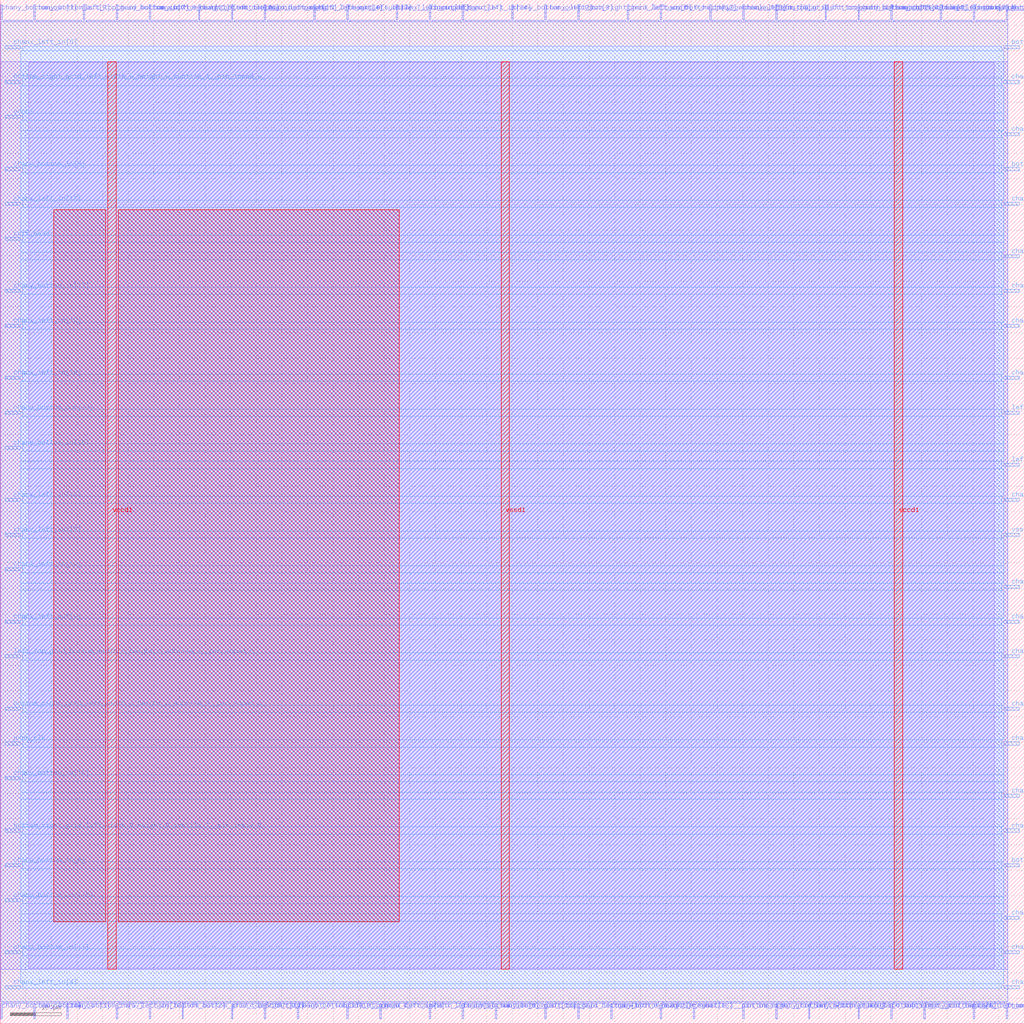
<source format=lef>
VERSION 5.7 ;
  NOWIREEXTENSIONATPIN ON ;
  DIVIDERCHAR "/" ;
  BUSBITCHARS "[]" ;
MACRO sb_4__4_
  CLASS BLOCK ;
  FOREIGN sb_4__4_ ;
  ORIGIN 0.000 0.000 ;
  SIZE 200.000 BY 200.000 ;
  PIN bottom_left_grid_right_width_0_height_0_subtile_0__pin_O_1_
    DIRECTION INPUT ;
    USE SIGNAL ;
    PORT
      LAYER met3 ;
        RECT 196.000 30.640 199.000 31.240 ;
    END
  END bottom_left_grid_right_width_0_height_0_subtile_0__pin_O_1_
  PIN bottom_left_grid_right_width_0_height_0_subtile_0__pin_O_5_
    DIRECTION INPUT ;
    USE SIGNAL ;
    PORT
      LAYER met3 ;
        RECT 196.000 166.640 199.000 167.240 ;
    END
  END bottom_left_grid_right_width_0_height_0_subtile_0__pin_O_5_
  PIN bottom_right_grid_left_width_0_height_0_subtile_0__pin_inpad_0_
    DIRECTION INPUT ;
    USE SIGNAL ;
    PORT
      LAYER met2 ;
        RECT 112.790 196.000 113.070 199.000 ;
    END
  END bottom_right_grid_left_width_0_height_0_subtile_0__pin_inpad_0_
  PIN bottom_right_grid_left_width_0_height_0_subtile_1__pin_inpad_0_
    DIRECTION INPUT ;
    USE SIGNAL ;
    PORT
      LAYER met3 ;
        RECT 196.000 190.440 199.000 191.040 ;
    END
  END bottom_right_grid_left_width_0_height_0_subtile_1__pin_inpad_0_
  PIN bottom_right_grid_left_width_0_height_0_subtile_2__pin_inpad_0_
    DIRECTION INPUT ;
    USE SIGNAL ;
    PORT
      LAYER met3 ;
        RECT 1.000 61.240 4.000 61.840 ;
    END
  END bottom_right_grid_left_width_0_height_0_subtile_2__pin_inpad_0_
  PIN bottom_right_grid_left_width_0_height_0_subtile_3__pin_inpad_0_
    DIRECTION INPUT ;
    USE SIGNAL ;
    PORT
      LAYER met2 ;
        RECT 173.970 1.000 174.250 4.000 ;
    END
  END bottom_right_grid_left_width_0_height_0_subtile_3__pin_inpad_0_
  PIN bottom_right_grid_left_width_0_height_0_subtile_4__pin_inpad_0_
    DIRECTION INPUT ;
    USE SIGNAL ;
    PORT
      LAYER met3 ;
        RECT 1.000 183.640 4.000 184.240 ;
    END
  END bottom_right_grid_left_width_0_height_0_subtile_4__pin_inpad_0_
  PIN bottom_right_grid_left_width_0_height_0_subtile_5__pin_inpad_0_
    DIRECTION INPUT ;
    USE SIGNAL ;
    PORT
      LAYER met2 ;
        RECT 190.070 196.000 190.350 199.000 ;
    END
  END bottom_right_grid_left_width_0_height_0_subtile_5__pin_inpad_0_
  PIN bottom_right_grid_left_width_0_height_0_subtile_6__pin_inpad_0_
    DIRECTION INPUT ;
    USE SIGNAL ;
    PORT
      LAYER met2 ;
        RECT 144.990 1.000 145.270 4.000 ;
    END
  END bottom_right_grid_left_width_0_height_0_subtile_6__pin_inpad_0_
  PIN bottom_right_grid_left_width_0_height_0_subtile_7__pin_inpad_0_
    DIRECTION INPUT ;
    USE SIGNAL ;
    PORT
      LAYER met3 ;
        RECT 1.000 37.440 4.000 38.040 ;
    END
  END bottom_right_grid_left_width_0_height_0_subtile_7__pin_inpad_0_
  PIN ccff_head
    DIRECTION INPUT ;
    USE SIGNAL ;
    PORT
      LAYER met3 ;
        RECT 1.000 153.040 4.000 153.640 ;
    END
  END ccff_head
  PIN ccff_tail
    DIRECTION OUTPUT TRISTATE ;
    USE SIGNAL ;
    PORT
      LAYER met2 ;
        RECT 51.610 1.000 51.890 4.000 ;
    END
  END ccff_tail
  PIN chanx_left_in[0]
    DIRECTION INPUT ;
    USE SIGNAL ;
    PORT
      LAYER met3 ;
        RECT 1.000 190.440 4.000 191.040 ;
    END
  END chanx_left_in[0]
  PIN chanx_left_in[10]
    DIRECTION INPUT ;
    USE SIGNAL ;
    PORT
      LAYER met2 ;
        RECT 22.630 1.000 22.910 4.000 ;
    END
  END chanx_left_in[10]
  PIN chanx_left_in[11]
    DIRECTION INPUT ;
    USE SIGNAL ;
    PORT
      LAYER met3 ;
        RECT 1.000 102.040 4.000 102.640 ;
    END
  END chanx_left_in[11]
  PIN chanx_left_in[12]
    DIRECTION INPUT ;
    USE SIGNAL ;
    PORT
      LAYER met3 ;
        RECT 1.000 88.440 4.000 89.040 ;
    END
  END chanx_left_in[12]
  PIN chanx_left_in[13]
    DIRECTION INPUT ;
    USE SIGNAL ;
    PORT
      LAYER met3 ;
        RECT 196.000 142.840 199.000 143.440 ;
    END
  END chanx_left_in[13]
  PIN chanx_left_in[14]
    DIRECTION INPUT ;
    USE SIGNAL ;
    PORT
      LAYER met2 ;
        RECT 90.250 196.000 90.530 199.000 ;
    END
  END chanx_left_in[14]
  PIN chanx_left_in[15]
    DIRECTION INPUT ;
    USE SIGNAL ;
    PORT
      LAYER met2 ;
        RECT 167.530 1.000 167.810 4.000 ;
    END
  END chanx_left_in[15]
  PIN chanx_left_in[16]
    DIRECTION INPUT ;
    USE SIGNAL ;
    PORT
      LAYER met3 ;
        RECT 1.000 125.840 4.000 126.440 ;
    END
  END chanx_left_in[16]
  PIN chanx_left_in[17]
    DIRECTION INPUT ;
    USE SIGNAL ;
    PORT
      LAYER met3 ;
        RECT 1.000 159.840 4.000 160.440 ;
    END
  END chanx_left_in[17]
  PIN chanx_left_in[18]
    DIRECTION INPUT ;
    USE SIGNAL ;
    PORT
      LAYER met3 ;
        RECT 1.000 136.040 4.000 136.640 ;
    END
  END chanx_left_in[18]
  PIN chanx_left_in[1]
    DIRECTION INPUT ;
    USE SIGNAL ;
    PORT
      LAYER met2 ;
        RECT 112.790 1.000 113.070 4.000 ;
    END
  END chanx_left_in[1]
  PIN chanx_left_in[2]
    DIRECTION INPUT ;
    USE SIGNAL ;
    PORT
      LAYER met2 ;
        RECT 74.150 1.000 74.430 4.000 ;
    END
  END chanx_left_in[2]
  PIN chanx_left_in[3]
    DIRECTION INPUT ;
    USE SIGNAL ;
    PORT
      LAYER met2 ;
        RECT 196.510 1.000 196.790 4.000 ;
    END
  END chanx_left_in[3]
  PIN chanx_left_in[4]
    DIRECTION INPUT ;
    USE SIGNAL ;
    PORT
      LAYER met3 ;
        RECT 1.000 6.840 4.000 7.440 ;
    END
  END chanx_left_in[4]
  PIN chanx_left_in[5]
    DIRECTION INPUT ;
    USE SIGNAL ;
    PORT
      LAYER met3 ;
        RECT 196.000 102.040 199.000 102.640 ;
    END
  END chanx_left_in[5]
  PIN chanx_left_in[6]
    DIRECTION INPUT ;
    USE SIGNAL ;
    PORT
      LAYER met2 ;
        RECT 122.450 196.000 122.730 199.000 ;
    END
  END chanx_left_in[6]
  PIN chanx_left_in[7]
    DIRECTION INPUT ;
    USE SIGNAL ;
    PORT
      LAYER met2 ;
        RECT 67.710 196.000 67.990 199.000 ;
    END
  END chanx_left_in[7]
  PIN chanx_left_in[8]
    DIRECTION INPUT ;
    USE SIGNAL ;
    PORT
      LAYER met3 ;
        RECT 196.000 183.640 199.000 184.240 ;
    END
  END chanx_left_in[8]
  PIN chanx_left_in[9]
    DIRECTION INPUT ;
    USE SIGNAL ;
    PORT
      LAYER met2 ;
        RECT 83.810 1.000 84.090 4.000 ;
    END
  END chanx_left_in[9]
  PIN chanx_left_out[0]
    DIRECTION OUTPUT TRISTATE ;
    USE SIGNAL ;
    PORT
      LAYER met3 ;
        RECT 1.000 78.240 4.000 78.840 ;
    END
  END chanx_left_out[0]
  PIN chanx_left_out[10]
    DIRECTION OUTPUT TRISTATE ;
    USE SIGNAL ;
    PORT
      LAYER met3 ;
        RECT 196.000 173.440 199.000 174.040 ;
    END
  END chanx_left_out[10]
  PIN chanx_left_out[11]
    DIRECTION OUTPUT TRISTATE ;
    USE SIGNAL ;
    PORT
      LAYER met2 ;
        RECT 77.370 196.000 77.650 199.000 ;
    END
  END chanx_left_out[11]
  PIN chanx_left_out[12]
    DIRECTION OUTPUT TRISTATE ;
    USE SIGNAL ;
    PORT
      LAYER met3 ;
        RECT 196.000 44.240 199.000 44.840 ;
    END
  END chanx_left_out[12]
  PIN chanx_left_out[13]
    DIRECTION OUTPUT TRISTATE ;
    USE SIGNAL ;
    PORT
      LAYER met3 ;
        RECT 196.000 61.240 199.000 61.840 ;
    END
  END chanx_left_out[13]
  PIN chanx_left_out[14]
    DIRECTION OUTPUT TRISTATE ;
    USE SIGNAL ;
    PORT
      LAYER met2 ;
        RECT 83.810 196.000 84.090 199.000 ;
    END
  END chanx_left_out[14]
  PIN chanx_left_out[15]
    DIRECTION OUTPUT TRISTATE ;
    USE SIGNAL ;
    PORT
      LAYER met2 ;
        RECT 51.610 196.000 51.890 199.000 ;
    END
  END chanx_left_out[15]
  PIN chanx_left_out[16]
    DIRECTION OUTPUT TRISTATE ;
    USE SIGNAL ;
    PORT
      LAYER met2 ;
        RECT 128.890 1.000 129.170 4.000 ;
    END
  END chanx_left_out[16]
  PIN chanx_left_out[17]
    DIRECTION OUTPUT TRISTATE ;
    USE SIGNAL ;
    PORT
      LAYER met2 ;
        RECT 45.170 1.000 45.450 4.000 ;
    END
  END chanx_left_out[17]
  PIN chanx_left_out[18]
    DIRECTION OUTPUT TRISTATE ;
    USE SIGNAL ;
    PORT
      LAYER met3 ;
        RECT 196.000 149.640 199.000 150.240 ;
    END
  END chanx_left_out[18]
  PIN chanx_left_out[1]
    DIRECTION OUTPUT TRISTATE ;
    USE SIGNAL ;
    PORT
      LAYER met2 ;
        RECT 190.070 1.000 190.350 4.000 ;
    END
  END chanx_left_out[1]
  PIN chanx_left_out[2]
    DIRECTION OUTPUT TRISTATE ;
    USE SIGNAL ;
    PORT
      LAYER met3 ;
        RECT 196.000 78.240 199.000 78.840 ;
    END
  END chanx_left_out[2]
  PIN chanx_left_out[3]
    DIRECTION OUTPUT TRISTATE ;
    USE SIGNAL ;
    PORT
      LAYER met2 ;
        RECT 144.990 196.000 145.270 199.000 ;
    END
  END chanx_left_out[3]
  PIN chanx_left_out[4]
    DIRECTION OUTPUT TRISTATE ;
    USE SIGNAL ;
    PORT
      LAYER met2 ;
        RECT 61.270 196.000 61.550 199.000 ;
    END
  END chanx_left_out[4]
  PIN chanx_left_out[5]
    DIRECTION OUTPUT TRISTATE ;
    USE SIGNAL ;
    PORT
      LAYER met3 ;
        RECT 196.000 6.840 199.000 7.440 ;
    END
  END chanx_left_out[5]
  PIN chanx_left_out[6]
    DIRECTION OUTPUT TRISTATE ;
    USE SIGNAL ;
    PORT
      LAYER met3 ;
        RECT 196.000 159.840 199.000 160.440 ;
    END
  END chanx_left_out[6]
  PIN chanx_left_out[7]
    DIRECTION OUTPUT TRISTATE ;
    USE SIGNAL ;
    PORT
      LAYER met2 ;
        RECT 183.630 196.000 183.910 199.000 ;
    END
  END chanx_left_out[7]
  PIN chanx_left_out[8]
    DIRECTION OUTPUT TRISTATE ;
    USE SIGNAL ;
    PORT
      LAYER met2 ;
        RECT 106.350 196.000 106.630 199.000 ;
    END
  END chanx_left_out[8]
  PIN chanx_left_out[9]
    DIRECTION OUTPUT TRISTATE ;
    USE SIGNAL ;
    PORT
      LAYER met3 ;
        RECT 1.000 95.240 4.000 95.840 ;
    END
  END chanx_left_out[9]
  PIN chany_bottom_in[0]
    DIRECTION INPUT ;
    USE SIGNAL ;
    PORT
      LAYER met3 ;
        RECT 196.000 37.440 199.000 38.040 ;
    END
  END chany_bottom_in[0]
  PIN chany_bottom_in[10]
    DIRECTION INPUT ;
    USE SIGNAL ;
    PORT
      LAYER met3 ;
        RECT 1.000 112.240 4.000 112.840 ;
    END
  END chany_bottom_in[10]
  PIN chany_bottom_in[11]
    DIRECTION INPUT ;
    USE SIGNAL ;
    PORT
      LAYER met3 ;
        RECT 1.000 13.640 4.000 14.240 ;
    END
  END chany_bottom_in[11]
  PIN chany_bottom_in[12]
    DIRECTION INPUT ;
    USE SIGNAL ;
    PORT
      LAYER met2 ;
        RECT 128.890 196.000 129.170 199.000 ;
    END
  END chany_bottom_in[12]
  PIN chany_bottom_in[13]
    DIRECTION INPUT ;
    USE SIGNAL ;
    PORT
      LAYER met3 ;
        RECT 1.000 142.840 4.000 143.440 ;
    END
  END chany_bottom_in[13]
  PIN chany_bottom_in[14]
    DIRECTION INPUT ;
    USE SIGNAL ;
    PORT
      LAYER met2 ;
        RECT 151.430 1.000 151.710 4.000 ;
    END
  END chany_bottom_in[14]
  PIN chany_bottom_in[15]
    DIRECTION INPUT ;
    USE SIGNAL ;
    PORT
      LAYER met2 ;
        RECT 167.530 196.000 167.810 199.000 ;
    END
  END chany_bottom_in[15]
  PIN chany_bottom_in[16]
    DIRECTION INPUT ;
    USE SIGNAL ;
    PORT
      LAYER met3 ;
        RECT 1.000 47.640 4.000 48.240 ;
    END
  END chany_bottom_in[16]
  PIN chany_bottom_in[17]
    DIRECTION INPUT ;
    USE SIGNAL ;
    PORT
      LAYER met2 ;
        RECT 12.970 1.000 13.250 4.000 ;
    END
  END chany_bottom_in[17]
  PIN chany_bottom_in[18]
    DIRECTION INPUT ;
    USE SIGNAL ;
    PORT
      LAYER met2 ;
        RECT 58.050 1.000 58.330 4.000 ;
    END
  END chany_bottom_in[18]
  PIN chany_bottom_in[1]
    DIRECTION INPUT ;
    USE SIGNAL ;
    PORT
      LAYER met2 ;
        RECT 180.410 1.000 180.690 4.000 ;
    END
  END chany_bottom_in[1]
  PIN chany_bottom_in[2]
    DIRECTION INPUT ;
    USE SIGNAL ;
    PORT
      LAYER met3 ;
        RECT 196.000 85.040 199.000 85.640 ;
    END
  END chany_bottom_in[2]
  PIN chany_bottom_in[3]
    DIRECTION INPUT ;
    USE SIGNAL ;
    PORT
      LAYER met3 ;
        RECT 196.000 54.440 199.000 55.040 ;
    END
  END chany_bottom_in[3]
  PIN chany_bottom_in[4]
    DIRECTION INPUT ;
    USE SIGNAL ;
    PORT
      LAYER met3 ;
        RECT 1.000 30.640 4.000 31.240 ;
    END
  END chany_bottom_in[4]
  PIN chany_bottom_in[5]
    DIRECTION INPUT ;
    USE SIGNAL ;
    PORT
      LAYER met3 ;
        RECT 1.000 166.640 4.000 167.240 ;
    END
  END chany_bottom_in[5]
  PIN chany_bottom_in[6]
    DIRECTION INPUT ;
    USE SIGNAL ;
    PORT
      LAYER met3 ;
        RECT 196.000 13.640 199.000 14.240 ;
    END
  END chany_bottom_in[6]
  PIN chany_bottom_in[7]
    DIRECTION INPUT ;
    USE SIGNAL ;
    PORT
      LAYER met2 ;
        RECT 22.630 196.000 22.910 199.000 ;
    END
  END chany_bottom_in[7]
  PIN chany_bottom_in[8]
    DIRECTION INPUT ;
    USE SIGNAL ;
    PORT
      LAYER met3 ;
        RECT 196.000 71.440 199.000 72.040 ;
    END
  END chany_bottom_in[8]
  PIN chany_bottom_in[9]
    DIRECTION INPUT ;
    USE SIGNAL ;
    PORT
      LAYER met3 ;
        RECT 196.000 125.840 199.000 126.440 ;
    END
  END chany_bottom_in[9]
  PIN chany_bottom_out[0]
    DIRECTION OUTPUT TRISTATE ;
    USE SIGNAL ;
    PORT
      LAYER met2 ;
        RECT 157.870 1.000 158.150 4.000 ;
    END
  END chany_bottom_out[0]
  PIN chany_bottom_out[10]
    DIRECTION OUTPUT TRISTATE ;
    USE SIGNAL ;
    PORT
      LAYER met3 ;
        RECT 196.000 136.040 199.000 136.640 ;
    END
  END chany_bottom_out[10]
  PIN chany_bottom_out[11]
    DIRECTION OUTPUT TRISTATE ;
    USE SIGNAL ;
    PORT
      LAYER met2 ;
        RECT 29.070 196.000 29.350 199.000 ;
    END
  END chany_bottom_out[11]
  PIN chany_bottom_out[12]
    DIRECTION OUTPUT TRISTATE ;
    USE SIGNAL ;
    PORT
      LAYER met3 ;
        RECT 1.000 119.040 4.000 119.640 ;
    END
  END chany_bottom_out[12]
  PIN chany_bottom_out[13]
    DIRECTION OUTPUT TRISTATE ;
    USE SIGNAL ;
    PORT
      LAYER met2 ;
        RECT 96.690 1.000 96.970 4.000 ;
    END
  END chany_bottom_out[13]
  PIN chany_bottom_out[14]
    DIRECTION OUTPUT TRISTATE ;
    USE SIGNAL ;
    PORT
      LAYER met2 ;
        RECT 0.090 1.000 0.370 4.000 ;
    END
  END chany_bottom_out[14]
  PIN chany_bottom_out[15]
    DIRECTION OUTPUT TRISTATE ;
    USE SIGNAL ;
    PORT
      LAYER met2 ;
        RECT 119.230 1.000 119.510 4.000 ;
    END
  END chany_bottom_out[15]
  PIN chany_bottom_out[16]
    DIRECTION OUTPUT TRISTATE ;
    USE SIGNAL ;
    PORT
      LAYER met2 ;
        RECT 38.730 196.000 39.010 199.000 ;
    END
  END chany_bottom_out[16]
  PIN chany_bottom_out[17]
    DIRECTION OUTPUT TRISTATE ;
    USE SIGNAL ;
    PORT
      LAYER met2 ;
        RECT 99.910 196.000 100.190 199.000 ;
    END
  END chany_bottom_out[17]
  PIN chany_bottom_out[18]
    DIRECTION OUTPUT TRISTATE ;
    USE SIGNAL ;
    PORT
      LAYER met3 ;
        RECT 1.000 23.840 4.000 24.440 ;
    END
  END chany_bottom_out[18]
  PIN chany_bottom_out[1]
    DIRECTION OUTPUT TRISTATE ;
    USE SIGNAL ;
    PORT
      LAYER met2 ;
        RECT 0.090 196.000 0.370 199.000 ;
    END
  END chany_bottom_out[1]
  PIN chany_bottom_out[2]
    DIRECTION OUTPUT TRISTATE ;
    USE SIGNAL ;
    PORT
      LAYER met2 ;
        RECT 29.070 1.000 29.350 4.000 ;
    END
  END chany_bottom_out[2]
  PIN chany_bottom_out[3]
    DIRECTION OUTPUT TRISTATE ;
    USE SIGNAL ;
    PORT
      LAYER met2 ;
        RECT 6.530 1.000 6.810 4.000 ;
    END
  END chany_bottom_out[3]
  PIN chany_bottom_out[4]
    DIRECTION OUTPUT TRISTATE ;
    USE SIGNAL ;
    PORT
      LAYER met2 ;
        RECT 173.970 196.000 174.250 199.000 ;
    END
  END chany_bottom_out[4]
  PIN chany_bottom_out[5]
    DIRECTION OUTPUT TRISTATE ;
    USE SIGNAL ;
    PORT
      LAYER met2 ;
        RECT 138.550 196.000 138.830 199.000 ;
    END
  END chany_bottom_out[5]
  PIN chany_bottom_out[6]
    DIRECTION OUTPUT TRISTATE ;
    USE SIGNAL ;
    PORT
      LAYER met2 ;
        RECT 90.250 1.000 90.530 4.000 ;
    END
  END chany_bottom_out[6]
  PIN chany_bottom_out[7]
    DIRECTION OUTPUT TRISTATE ;
    USE SIGNAL ;
    PORT
      LAYER met2 ;
        RECT 196.510 196.000 196.790 199.000 ;
    END
  END chany_bottom_out[7]
  PIN chany_bottom_out[8]
    DIRECTION OUTPUT TRISTATE ;
    USE SIGNAL ;
    PORT
      LAYER met3 ;
        RECT 196.000 20.440 199.000 21.040 ;
    END
  END chany_bottom_out[8]
  PIN chany_bottom_out[9]
    DIRECTION OUTPUT TRISTATE ;
    USE SIGNAL ;
    PORT
      LAYER met2 ;
        RECT 6.530 196.000 6.810 199.000 ;
    END
  END chany_bottom_out[9]
  PIN left_bottom_grid_top_width_0_height_0_subtile_0__pin_O_0_
    DIRECTION INPUT ;
    USE SIGNAL ;
    PORT
      LAYER met3 ;
        RECT 196.000 108.840 199.000 109.440 ;
    END
  END left_bottom_grid_top_width_0_height_0_subtile_0__pin_O_0_
  PIN left_bottom_grid_top_width_0_height_0_subtile_0__pin_O_4_
    DIRECTION INPUT ;
    USE SIGNAL ;
    PORT
      LAYER met2 ;
        RECT 35.510 1.000 35.790 4.000 ;
    END
  END left_bottom_grid_top_width_0_height_0_subtile_0__pin_O_4_
  PIN left_top_grid_bottom_width_0_height_0_subtile_0__pin_inpad_0_
    DIRECTION INPUT ;
    USE SIGNAL ;
    PORT
      LAYER met2 ;
        RECT 67.710 1.000 67.990 4.000 ;
    END
  END left_top_grid_bottom_width_0_height_0_subtile_0__pin_inpad_0_
  PIN left_top_grid_bottom_width_0_height_0_subtile_1__pin_inpad_0_
    DIRECTION INPUT ;
    USE SIGNAL ;
    PORT
      LAYER met3 ;
        RECT 1.000 71.440 4.000 72.040 ;
    END
  END left_top_grid_bottom_width_0_height_0_subtile_1__pin_inpad_0_
  PIN left_top_grid_bottom_width_0_height_0_subtile_2__pin_inpad_0_
    DIRECTION INPUT ;
    USE SIGNAL ;
    PORT
      LAYER met3 ;
        RECT 196.000 119.040 199.000 119.640 ;
    END
  END left_top_grid_bottom_width_0_height_0_subtile_2__pin_inpad_0_
  PIN left_top_grid_bottom_width_0_height_0_subtile_3__pin_inpad_0_
    DIRECTION INPUT ;
    USE SIGNAL ;
    PORT
      LAYER met2 ;
        RECT 106.350 1.000 106.630 4.000 ;
    END
  END left_top_grid_bottom_width_0_height_0_subtile_3__pin_inpad_0_
  PIN left_top_grid_bottom_width_0_height_0_subtile_4__pin_inpad_0_
    DIRECTION INPUT ;
    USE SIGNAL ;
    PORT
      LAYER met2 ;
        RECT 161.090 196.000 161.370 199.000 ;
    END
  END left_top_grid_bottom_width_0_height_0_subtile_4__pin_inpad_0_
  PIN left_top_grid_bottom_width_0_height_0_subtile_5__pin_inpad_0_
    DIRECTION INPUT ;
    USE SIGNAL ;
    PORT
      LAYER met2 ;
        RECT 151.430 196.000 151.710 199.000 ;
    END
  END left_top_grid_bottom_width_0_height_0_subtile_5__pin_inpad_0_
  PIN left_top_grid_bottom_width_0_height_0_subtile_6__pin_inpad_0_
    DIRECTION INPUT ;
    USE SIGNAL ;
    PORT
      LAYER met2 ;
        RECT 16.190 196.000 16.470 199.000 ;
    END
  END left_top_grid_bottom_width_0_height_0_subtile_6__pin_inpad_0_
  PIN left_top_grid_bottom_width_0_height_0_subtile_7__pin_inpad_0_
    DIRECTION INPUT ;
    USE SIGNAL ;
    PORT
      LAYER met2 ;
        RECT 45.170 196.000 45.450 199.000 ;
    END
  END left_top_grid_bottom_width_0_height_0_subtile_7__pin_inpad_0_
  PIN pReset
    DIRECTION INPUT ;
    USE SIGNAL ;
    PORT
      LAYER met2 ;
        RECT 135.330 1.000 135.610 4.000 ;
    END
  END pReset
  PIN prog_clk
    DIRECTION INPUT ;
    USE SIGNAL ;
    PORT
      LAYER met3 ;
        RECT 1.000 54.440 4.000 55.040 ;
    END
  END prog_clk
  PIN vccd1
    DIRECTION INOUT ;
    USE SIGNAL ;
    PORT
      LAYER met3 ;
        RECT 1.000 176.840 4.000 177.440 ;
    END
    PORT
      LAYER met4 ;
        RECT 21.040 10.640 22.640 187.920 ;
    END
    PORT
      LAYER met4 ;
        RECT 174.640 10.640 176.240 187.920 ;
    END
  END vccd1
  PIN vssd1
    DIRECTION INOUT ;
    USE SIGNAL ;
    PORT
      LAYER met3 ;
        RECT 196.000 95.240 199.000 95.840 ;
    END
    PORT
      LAYER met4 ;
        RECT 97.840 10.640 99.440 187.920 ;
    END
  END vssd1
  OBS
      LAYER li1 ;
        RECT 5.520 10.795 194.120 187.765 ;
      LAYER met1 ;
        RECT 0.070 10.640 196.810 187.920 ;
      LAYER met2 ;
        RECT 0.650 195.720 6.250 196.000 ;
        RECT 7.090 195.720 15.910 196.000 ;
        RECT 16.750 195.720 22.350 196.000 ;
        RECT 23.190 195.720 28.790 196.000 ;
        RECT 29.630 195.720 38.450 196.000 ;
        RECT 39.290 195.720 44.890 196.000 ;
        RECT 45.730 195.720 51.330 196.000 ;
        RECT 52.170 195.720 60.990 196.000 ;
        RECT 61.830 195.720 67.430 196.000 ;
        RECT 68.270 195.720 77.090 196.000 ;
        RECT 77.930 195.720 83.530 196.000 ;
        RECT 84.370 195.720 89.970 196.000 ;
        RECT 90.810 195.720 99.630 196.000 ;
        RECT 100.470 195.720 106.070 196.000 ;
        RECT 106.910 195.720 112.510 196.000 ;
        RECT 113.350 195.720 122.170 196.000 ;
        RECT 123.010 195.720 128.610 196.000 ;
        RECT 129.450 195.720 138.270 196.000 ;
        RECT 139.110 195.720 144.710 196.000 ;
        RECT 145.550 195.720 151.150 196.000 ;
        RECT 151.990 195.720 160.810 196.000 ;
        RECT 161.650 195.720 167.250 196.000 ;
        RECT 168.090 195.720 173.690 196.000 ;
        RECT 174.530 195.720 183.350 196.000 ;
        RECT 184.190 195.720 189.790 196.000 ;
        RECT 190.630 195.720 196.230 196.000 ;
        RECT 0.100 4.280 196.780 195.720 ;
        RECT 0.650 4.000 6.250 4.280 ;
        RECT 7.090 4.000 12.690 4.280 ;
        RECT 13.530 4.000 22.350 4.280 ;
        RECT 23.190 4.000 28.790 4.280 ;
        RECT 29.630 4.000 35.230 4.280 ;
        RECT 36.070 4.000 44.890 4.280 ;
        RECT 45.730 4.000 51.330 4.280 ;
        RECT 52.170 4.000 57.770 4.280 ;
        RECT 58.610 4.000 67.430 4.280 ;
        RECT 68.270 4.000 73.870 4.280 ;
        RECT 74.710 4.000 83.530 4.280 ;
        RECT 84.370 4.000 89.970 4.280 ;
        RECT 90.810 4.000 96.410 4.280 ;
        RECT 97.250 4.000 106.070 4.280 ;
        RECT 106.910 4.000 112.510 4.280 ;
        RECT 113.350 4.000 118.950 4.280 ;
        RECT 119.790 4.000 128.610 4.280 ;
        RECT 129.450 4.000 135.050 4.280 ;
        RECT 135.890 4.000 144.710 4.280 ;
        RECT 145.550 4.000 151.150 4.280 ;
        RECT 151.990 4.000 157.590 4.280 ;
        RECT 158.430 4.000 167.250 4.280 ;
        RECT 168.090 4.000 173.690 4.280 ;
        RECT 174.530 4.000 180.130 4.280 ;
        RECT 180.970 4.000 189.790 4.280 ;
        RECT 190.630 4.000 196.230 4.280 ;
      LAYER met3 ;
        RECT 4.400 190.040 195.600 190.905 ;
        RECT 4.000 184.640 196.000 190.040 ;
        RECT 4.400 183.240 195.600 184.640 ;
        RECT 4.000 177.840 196.000 183.240 ;
        RECT 4.400 176.440 196.000 177.840 ;
        RECT 4.000 174.440 196.000 176.440 ;
        RECT 4.000 173.040 195.600 174.440 ;
        RECT 4.000 167.640 196.000 173.040 ;
        RECT 4.400 166.240 195.600 167.640 ;
        RECT 4.000 160.840 196.000 166.240 ;
        RECT 4.400 159.440 195.600 160.840 ;
        RECT 4.000 154.040 196.000 159.440 ;
        RECT 4.400 152.640 196.000 154.040 ;
        RECT 4.000 150.640 196.000 152.640 ;
        RECT 4.000 149.240 195.600 150.640 ;
        RECT 4.000 143.840 196.000 149.240 ;
        RECT 4.400 142.440 195.600 143.840 ;
        RECT 4.000 137.040 196.000 142.440 ;
        RECT 4.400 135.640 195.600 137.040 ;
        RECT 4.000 126.840 196.000 135.640 ;
        RECT 4.400 125.440 195.600 126.840 ;
        RECT 4.000 120.040 196.000 125.440 ;
        RECT 4.400 118.640 195.600 120.040 ;
        RECT 4.000 113.240 196.000 118.640 ;
        RECT 4.400 111.840 196.000 113.240 ;
        RECT 4.000 109.840 196.000 111.840 ;
        RECT 4.000 108.440 195.600 109.840 ;
        RECT 4.000 103.040 196.000 108.440 ;
        RECT 4.400 101.640 195.600 103.040 ;
        RECT 4.000 96.240 196.000 101.640 ;
        RECT 4.400 94.840 195.600 96.240 ;
        RECT 4.000 89.440 196.000 94.840 ;
        RECT 4.400 88.040 196.000 89.440 ;
        RECT 4.000 86.040 196.000 88.040 ;
        RECT 4.000 84.640 195.600 86.040 ;
        RECT 4.000 79.240 196.000 84.640 ;
        RECT 4.400 77.840 195.600 79.240 ;
        RECT 4.000 72.440 196.000 77.840 ;
        RECT 4.400 71.040 195.600 72.440 ;
        RECT 4.000 62.240 196.000 71.040 ;
        RECT 4.400 60.840 195.600 62.240 ;
        RECT 4.000 55.440 196.000 60.840 ;
        RECT 4.400 54.040 195.600 55.440 ;
        RECT 4.000 48.640 196.000 54.040 ;
        RECT 4.400 47.240 196.000 48.640 ;
        RECT 4.000 45.240 196.000 47.240 ;
        RECT 4.000 43.840 195.600 45.240 ;
        RECT 4.000 38.440 196.000 43.840 ;
        RECT 4.400 37.040 195.600 38.440 ;
        RECT 4.000 31.640 196.000 37.040 ;
        RECT 4.400 30.240 195.600 31.640 ;
        RECT 4.000 24.840 196.000 30.240 ;
        RECT 4.400 23.440 196.000 24.840 ;
        RECT 4.000 21.440 196.000 23.440 ;
        RECT 4.000 20.040 195.600 21.440 ;
        RECT 4.000 14.640 196.000 20.040 ;
        RECT 4.400 13.240 195.600 14.640 ;
        RECT 4.000 7.840 196.000 13.240 ;
        RECT 4.400 6.975 195.600 7.840 ;
      LAYER met4 ;
        RECT 10.415 19.895 20.640 158.945 ;
        RECT 23.040 19.895 77.905 158.945 ;
  END
END sb_4__4_
END LIBRARY


</source>
